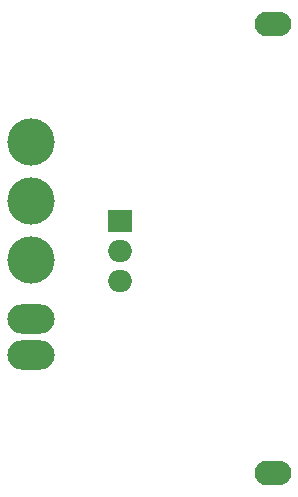
<source format=gbr>
G04 #@! TF.GenerationSoftware,KiCad,Pcbnew,8.0.0*
G04 #@! TF.CreationDate,2024-06-05T07:53:31-07:00*
G04 #@! TF.ProjectId,sim_switch,73696d5f-7377-4697-9463-682e6b696361,rev?*
G04 #@! TF.SameCoordinates,Original*
G04 #@! TF.FileFunction,Soldermask,Bot*
G04 #@! TF.FilePolarity,Negative*
%FSLAX46Y46*%
G04 Gerber Fmt 4.6, Leading zero omitted, Abs format (unit mm)*
G04 Created by KiCad (PCBNEW 8.0.0) date 2024-06-05 07:53:31*
%MOMM*%
%LPD*%
G01*
G04 APERTURE LIST*
%ADD10O,3.100000X2.100000*%
%ADD11O,4.000000X2.500000*%
%ADD12C,4.000000*%
%ADD13R,2.000000X1.905000*%
%ADD14O,2.000000X1.905000*%
G04 APERTURE END LIST*
D10*
X165500000Y-57000000D03*
D11*
X145000000Y-85000000D03*
X145000000Y-82000000D03*
D12*
X145000000Y-77000000D03*
X145000000Y-72000000D03*
X145000000Y-67000000D03*
D13*
X152555000Y-73660000D03*
D14*
X152555000Y-76200000D03*
X152555000Y-78740000D03*
D10*
X165500000Y-95000000D03*
M02*

</source>
